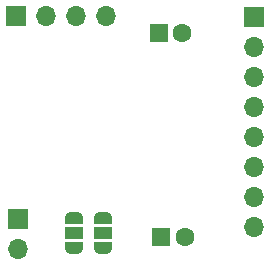
<source format=gbs>
%TF.GenerationSoftware,KiCad,Pcbnew,8.0.2*%
%TF.CreationDate,2024-05-07T13:49:06-06:00*%
%TF.ProjectId,encoder_protyping_board_high_current,656e636f-6465-4725-9f70-726f74797069,rev?*%
%TF.SameCoordinates,Original*%
%TF.FileFunction,Soldermask,Bot*%
%TF.FilePolarity,Negative*%
%FSLAX46Y46*%
G04 Gerber Fmt 4.6, Leading zero omitted, Abs format (unit mm)*
G04 Created by KiCad (PCBNEW 8.0.2) date 2024-05-07 13:49:06*
%MOMM*%
%LPD*%
G01*
G04 APERTURE LIST*
G04 Aperture macros list*
%AMFreePoly0*
4,1,19,0.550000,-0.750000,0.000000,-0.750000,0.000000,-0.744911,-0.071157,-0.744911,-0.207708,-0.704816,-0.327430,-0.627875,-0.420627,-0.520320,-0.479746,-0.390866,-0.500000,-0.250000,-0.500000,0.250000,-0.479746,0.390866,-0.420627,0.520320,-0.327430,0.627875,-0.207708,0.704816,-0.071157,0.744911,0.000000,0.744911,0.000000,0.750000,0.550000,0.750000,0.550000,-0.750000,0.550000,-0.750000,
$1*%
%AMFreePoly1*
4,1,19,0.000000,0.744911,0.071157,0.744911,0.207708,0.704816,0.327430,0.627875,0.420627,0.520320,0.479746,0.390866,0.500000,0.250000,0.500000,-0.250000,0.479746,-0.390866,0.420627,-0.520320,0.327430,-0.627875,0.207708,-0.704816,0.071157,-0.744911,0.000000,-0.744911,0.000000,-0.750000,-0.550000,-0.750000,-0.550000,0.750000,0.000000,0.750000,0.000000,0.744911,0.000000,0.744911,
$1*%
G04 Aperture macros list end*
%ADD10R,1.700000X1.700000*%
%ADD11O,1.700000X1.700000*%
%ADD12R,1.600000X1.600000*%
%ADD13C,1.600000*%
%ADD14FreePoly0,270.000000*%
%ADD15R,1.500000X1.000000*%
%ADD16FreePoly1,270.000000*%
%ADD17FreePoly0,90.000000*%
%ADD18FreePoly1,90.000000*%
G04 APERTURE END LIST*
D10*
%TO.C,J2*%
X186700000Y-114225000D03*
D11*
X186700000Y-116765000D03*
%TD*%
D12*
%TO.C,4.7\u00B5F*%
X198844888Y-115800000D03*
D13*
X200844888Y-115800000D03*
%TD*%
D10*
%TO.C,J3*%
X186600000Y-97100000D03*
D11*
X189140000Y-97100000D03*
X191680000Y-97100000D03*
X194220000Y-97100000D03*
%TD*%
D10*
%TO.C,J1*%
X206750000Y-97150000D03*
D11*
X206750000Y-99690000D03*
X206750000Y-102230000D03*
X206750000Y-104770000D03*
X206750000Y-107310000D03*
X206750000Y-109850000D03*
X206750000Y-112390000D03*
X206750000Y-114930000D03*
%TD*%
D12*
%TO.C,4.7\u00B5F*%
X198644888Y-98500000D03*
D13*
X200644888Y-98500000D03*
%TD*%
D14*
%TO.C,JP2*%
X191450000Y-114150000D03*
D15*
X191450000Y-115450000D03*
D16*
X191450000Y-116750000D03*
%TD*%
D17*
%TO.C,JP1*%
X193950000Y-116750000D03*
D15*
X193950000Y-115450000D03*
D18*
X193950000Y-114150000D03*
%TD*%
M02*

</source>
